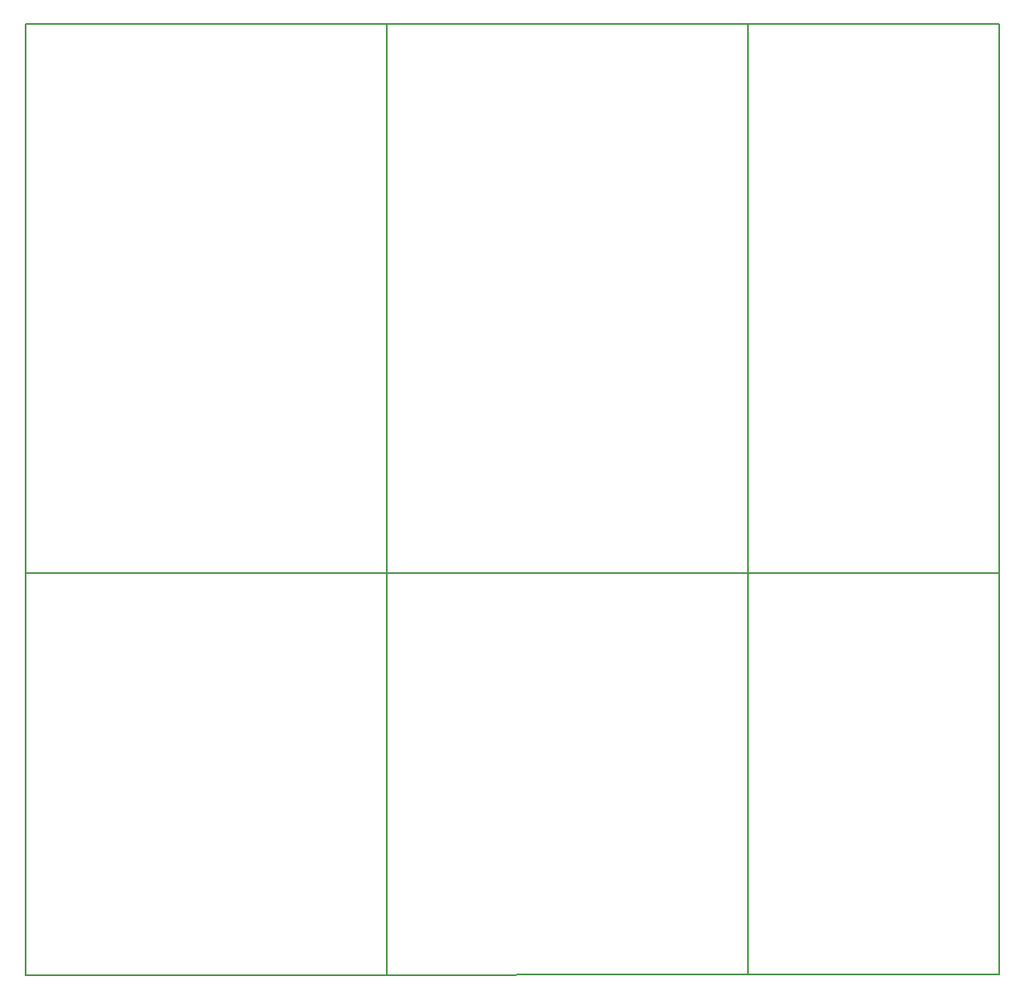
<source format=gbr>
G04 #@! TF.FileFunction,Other,ECO1*
%FSLAX46Y46*%
G04 Gerber Fmt 4.6, Leading zero omitted, Abs format (unit mm)*
G04 Created by KiCad (PCBNEW 4.0.7) date 11/16/17 18:45:24*
%MOMM*%
%LPD*%
G01*
G04 APERTURE LIST*
%ADD10C,0.100000*%
%ADD11C,0.200000*%
G04 APERTURE END LIST*
D10*
D11*
X74000000Y100000000D02*
X74000000Y2550000D01*
X0Y43700000D02*
X99750000Y43700000D01*
X37000000Y100000000D02*
X37000000Y2550000D01*
X99750000Y100000000D02*
X0Y100000000D01*
X99750000Y2550000D02*
X99750000Y100000000D01*
X0Y2500000D02*
X99750000Y2550000D01*
X0Y100000000D02*
X0Y2500000D01*
M02*

</source>
